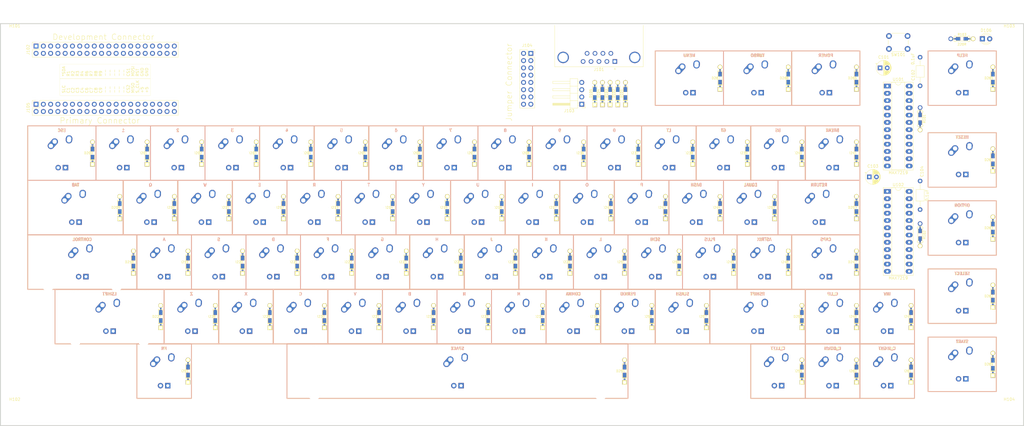
<source format=kicad_pcb>
(kicad_pcb (version 20221018) (generator pcbnew)
  (layers (0 "F.Cu" signal) (31 "B.Cu" signal) (34 "B.Paste" user) (35 "F.Paste" user) (36 "B.SilkS" user "B.Silkscreen") (37 "F.SilkS" user "F.Silkscreen") (38 "B.Mask" user) (39 "F.Mask" user) (44 "Edge.Cuts" user))
  (net 0 "")
  (net 1 "SW_ROW9")
  (net 2 "Net-(D101-K)")
  (net 3 "Net-(D102-K)")
  (net 4 "Net-(D103-K)")
  (net 5 "Net-(D104-K)")
  (net 6 "Net-(D105-K)")
  (net 7 "Net-(D106-K)")
  (net 8 "VCC")
  (net 9 "GND")
  (net 10 "SW_COL1")
  (net 11 "/JS1_APAD")
  (net 12 "/JS1_BPAD")
  (net 13 "RST")
  (net 14 "SW_COL2")
  (net 15 "SW_COL3")
  (net 16 "SW_COL4")
  (net 17 "SW_COL5")
  (net 18 "Net-(U101-ISET)")
  (net 19 "SW_ROW1")
  (net 20 "Net-(D200-A)")
  (net 21 "Net-(D201-A)")
  (net 22 "Net-(D202-A)")
  (net 23 "Net-(D203-A)")
  (net 24 "Net-(D204-A)")
  (net 25 "Net-(D205-A)")
  (net 26 "Net-(D206-A)")
  (net 27 "Net-(D207-A)")
  (net 28 "Net-(D208-A)")
  (net 29 "SW_ROW2")
  (net 30 "Net-(D209-A)")
  (net 31 "Net-(D210-A)")
  (net 32 "Net-(D211-A)")
  (net 33 "Net-(D212-A)")
  (net 34 "Net-(D213-A)")
  (net 35 "Net-(D214-A)")
  (net 36 "Net-(D215-A)")
  (net 37 "Net-(D216-A)")
  (net 38 "Net-(D217-A)")
  (net 39 "SW_ROW3")
  (net 40 "Net-(D218-A)")
  (net 41 "Net-(D219-A)")
  (net 42 "Net-(D220-A)")
  (net 43 "Net-(D221-A)")
  (net 44 "Net-(D222-A)")
  (net 45 "Net-(D223-A)")
  (net 46 "Net-(D224-A)")
  (net 47 "Net-(D225-A)")
  (net 48 "Net-(D226-A)")
  (net 49 "SW_ROW4")
  (net 50 "Net-(D227-A)")
  (net 51 "Net-(D228-A)")
  (net 52 "Net-(D229-A)")
  (net 53 "Net-(D230-A)")
  (net 54 "Net-(D231-A)")
  (net 55 "Net-(D232-A)")
  (net 56 "Net-(D233-A)")
  (net 57 "Net-(D234-A)")
  (net 58 "Net-(D235-A)")
  (net 59 "SW_ROW5")
  (net 60 "Net-(D236-A)")
  (net 61 "Net-(D237-A)")
  (net 62 "Net-(D238-A)")
  (net 63 "Net-(D239-A)")
  (net 64 "Net-(D240-A)")
  (net 65 "Net-(D241-A)")
  (net 66 "Net-(D242-A)")
  (net 67 "Net-(D243-A)")
  (net 68 "Net-(D244-A)")
  (net 69 "SW_ROW6")
  (net 70 "Net-(D245-A)")
  (net 71 "Net-(D246-A)")
  (net 72 "Net-(D247-A)")
  (net 73 "Net-(D248-A)")
  (net 74 "Net-(D249-A)")
  (net 75 "Net-(D250-A)")
  (net 76 "Net-(D251-A)")
  (net 77 "Net-(D252-A)")
  (net 78 "Net-(D253-A)")
  (net 79 "SW_ROW7")
  (net 80 "Net-(D254-A)")
  (net 81 "Net-(D255-A)")
  (net 82 "Net-(D256-A)")
  (net 83 "Net-(D257-A)")
  (net 84 "Net-(D258-A)")
  (net 85 "Net-(D259-A)")
  (net 86 "Net-(D260-A)")
  (net 87 "Net-(D261-A)")
  (net 88 "SW_ROW8")
  (net 89 "Net-(D262-A)")
  (net 90 "Net-(D263-A)")
  (net 91 "Net-(D264-A)")
  (net 92 "Net-(D265-A)")
  (net 93 "Net-(D266-A)")
  (net 94 "Net-(D267-A)")
  (net 95 "Net-(D268-A)")
  (net 96 "Net-(D269-A)")
  (net 97 "SDA")
  (net 98 "/DP21")
  (net 99 "/DP22")
  (net 100 "/DP23")
  (net 101 "/DP24")
  (net 102 "/DP25")
  (net 103 "SPI_CS1")
  (net 104 "SPI_MOSI")
  (net 105 "SPI_CLK")
  (net 106 "SPI_MISO")
  (net 107 "SPI_CS2")
  (net 108 "/DP26")
  (net 109 "/DP27")
  (net 110 "/DP28")
  (net 111 "/DP29")
  (net 112 "/DP30")
  (net 113 "SW_COL9")
  (net 114 "SW_COL8")
  (net 115 "SW_COL7")
  (net 116 "SW_COL6")
  (net 117 "SCL")
  (net 118 "Net-(U102-ISET)")
  (net 119 "LED_ROW1")
  (net 120 "LED_COL1")
  (net 121 "LED_COL2")
  (net 122 "LED_COL3")
  (net 123 "LED_COL4")
  (net 124 "LED_COL5")
  (net 125 "LED_COL6")
  (net 126 "LED_COL7")
  (net 127 "LED_COL8")
  (net 128 "LED_COL9")
  (net 129 "LED_ROW2")
  (net 130 "LED_ROW3")
  (net 131 "LED_ROW4")
  (net 132 "LED_ROW5")
  (net 133 "LED_ROW6")
  (net 134 "LED_ROW7")
  (net 135 "LED_ROW8")
  (net 136 "/SPI_D2")
  (net 150 "LED_ROW9")
  (footprint "mx_alps:MX-1U" (layer "F.Cu") (at 280.98750 242.88750 0)
    (fp_text reference "SW252")
    (fp_text value "EQUAL")
  )
  (footprint "mx_alps:MX-1U" (layer "F.Cu") (at 71.437500 242.88750 0)
    (fp_text reference "SW210")
    (fp_text value "Q")
  )
  (footprint "mx_alps:MX-1.25U" (layer "F.Cu") (at 307.18125 261.93750 0)
    (fp_text reference "SW247")
    (fp_text value "CAPS")
  )
  (footprint "retro-kbd:Diode-dual" (layer "F.Cu") (at 231.888 203.036 -90)
    (fp_text reference "D103")
    (fp_text value "JS1_DOWN" hide)
  )
  (footprint "retro-kbd:Diode-dual" (layer "F.Cu") (at 184.54688 223.83750 -90)
    (fp_text reference "D207")
    (fp_text value "7" hide)
  )
  (footprint "mx_alps:MX-1U" (layer "F.Cu") (at 290.51250 223.83750 0)
    (fp_text reference "SW240")
    (fp_text value "BS")
  )
  (footprint "retro-kbd:Diode-dual" (layer "F.Cu") (at 60.721875 242.88750 -90)
    (fp_text reference "D209")
    (fp_text value "TAB" hide)
  )
  (footprint "mx_alps:MX-1U" (layer "F.Cu") (at 238.12500 280.98750 0)
    (fp_text reference "SW256")
    (fp_text value "PERIOD")
  )
  (footprint "retro-kbd:Diode-dual" (layer "F.Cu") (at 270.27188 197.64375 -90)
    (fp_text reference "D267")
    (fp_text value "MENU" hide)
  )
  (footprint "retro-kbd:Diode-dual" (layer "F.Cu") (at 260.74688 223.83750 -90)
    (fp_text reference "D238")
    (fp_text value "LT" hide)
  )
  (footprint "mx_alps:MX-1U" (layer "F.Cu") (at 204.78750 242.88750 0)
    (fp_text reference "SW217")
    (fp_text value "I")
  )
  (footprint "retro-kbd:Diode-dual" (layer "F.Cu") (at 75.009375 280.98750 -90)
    (fp_text reference "D227")
    (fp_text value "LSHIFT" hide)
  )
  (footprint "mx_alps:MX-1.25U" (layer "F.Cu") (at 259.55625 197.64375 0)
    (fp_text reference "SW267")
    (fp_text value "MENU")
  )
  (footprint "retro-kbd:Diode-dual" (layer "F.Cu") (at 127.39688 223.83750 -90)
    (fp_text reference "D204")
    (fp_text value "4" hide)
  )
  (footprint "mx_alps:MX-1U" (layer "F.Cu") (at 223.83750 242.88750 0)
    (fp_text reference "SW242")
    (fp_text value "O")
  )
  (footprint "mx_alps:MX-1U" (layer "F.Cu") (at 176.21250 223.83750 0)
    (fp_text reference "SW207")
    (fp_text value "7")
  )
  (footprint "Capacitor_THT:CP_Radial_D5.0mm_P2.50mm" (layer "F.Cu") (at 326.136 194.056)
    (fp_text reference "C101")
    (fp_text value "47uF")
  )
  (footprint "mx_alps:MX-1U" (layer "F.Cu") (at 190.50000 261.93750 0)
    (fp_text reference "SW225")
    (fp_text value "J")
  )
  (footprint "mx_alps:MX-1U" (layer "F.Cu") (at 242.88750 242.88750 0)
    (fp_text reference "SW243")
    (fp_text value "P")
  )
  (footprint "retro-kbd:Diode-dual" (layer "F.Cu") (at 217.88438 261.93750 -90)
    (fp_text reference "D226")
    (fp_text value "K" hide)
  )
  (footprint "retro-kbd:Diode-dual" (layer "F.Cu") (at 117.87188 242.88750 -90)
    (fp_text reference "D212")
    (fp_text value "E" hide)
  )
  (footprint "mx_alps:MX-1U" (layer "F.Cu") (at 109.53750 242.88750 0)
    (fp_text reference "SW212")
    (fp_text value "E")
  )
  (footprint "mx_alps:MX-1U" (layer "F.Cu") (at 228.60000 261.93750 0)
    (fp_text reference "SW251")
    (fp_text value "L")
  )
  (footprint "Connector_Dsub:DSUB-9_Male_Horizontal_P2.77x2.84mm_EdgePinOffset9.90mm_Housed_MountingHolesOffset11.32mm" (layer "F.Cu") (at 233.541 191.816 180)
    (fp_text reference "J101")
    (fp_text value "PLAYER 1")
  )
  (footprint "retro-kbd:Diode-dual" (layer "F.Cu") (at 113.10938 280.98750 -90)
    (fp_text reference "D229")
    (fp_text value "X" hide)
  )
  (footprint "mx_alps:MX-1U" (layer "F.Cu") (at 185.73750 242.88750 0)
    (fp_text reference "SW216")
    (fp_text value "U")
  )
  (footprint "mx_alps:MX-1U" (layer "F.Cu") (at 152.40000 261.93750 0)
    (fp_text reference "SW223")
    (fp_text value "G")
  )
  (footprint "retro-kbd:Diode-dual" (layer "F.Cu") (at 79.771875 242.88750 -90)
    (fp_text reference "D210")
    (fp_text value "Q" hide)
  )
  (footprint "mx_alps:MX-1U" (layer "F.Cu") (at 214.31250 223.83750 0)
    (fp_text reference "SW236")
    (fp_text value "9")
  )
  (footprint "mx_alps:MX-1U" (layer "F.Cu") (at 195.26250 223.83750 0)
    (fp_text reference "SW208")
    (fp_text value "8")
  )
  (footprint "retro-kbd:Diode-dual" (layer "F.Cu") (at 232.17188 242.88750 -90)
    (fp_text reference "D242")
    (fp_text value "O" hide)
  )
  (footprint "mx_alps:MX-1U" (layer "F.Cu") (at 123.82500 280.98750 0)
    (fp_text reference "SW230")
    (fp_text value "C")
  )
  (footprint "retro-kbd:Diode-dual" (layer "F.Cu") (at 279.79688 223.83750 -90)
    (fp_text reference "D239")
    (fp_text value "GT" hide)
  )
  (footprint "retro-kbd:Diode-dual" (layer "F.Cu") (at 227.40938 280.98750 -90)
    (fp_text reference "D235")
    (fp_text value "COMMA" hide)
  )
  (footprint "Package_DIP:DIP-24_W7.62mm_Socket_LongPads" (layer "F.Cu") (at 328.676 237.236)
    (fp_text reference "U102")
    (fp_text value "MAX7219")
  )
  (footprint "mx_alps:MX-1U" (layer "F.Cu") (at 266.70000 261.93750 0)
    (fp_text reference "SW249")
    (fp_text value "PLUS")
  )
  (footprint "mx_alps:MX-1U" (layer "F.Cu") (at 76.200000 300.03750 0)
    (fp_text reference "SW255")
    (fp_text value "FN")
  )
  (footprint "mx_alps:MX-1U" (layer "F.Cu") (at 85.725000 280.98750 0)
    (fp_text reference "SW228")
    (fp_text value "Z")
  )
  (footprint "mx_alps:MX-1U" (layer "F.Cu") (at 104.77500 280.98750 0)
    (fp_text reference "SW229")
    (fp_text value "X")
  )
  (footprint "Connector_PinSocket_2.54mm:PinSocket_2x08_P2.54mm_Vertical" (layer "F.Cu") (at 204.216 188.976)
    (fp_text reference "J104")
    (fp_text value "Jumper Connector")
  )
  (footprint "Connector_PinSocket_2.54mm:PinSocket_2x20_P2.54mm_Vertical" (layer "F.Cu") (at 31.496 186.436 90)
    (fp_text reference "J102")
    (fp_text value "Development Connector")
  )
  (footprint "mx_alps:MX-1U" (layer "F.Cu") (at 138.11250 223.83750 0)
    (fp_text reference "SW205")
    (fp_text value "5")
  )
  (footprint "mx_alps:MX-1U" (layer "F.Cu") (at 247.65000 261.93750 0)
    (fp_text reference "SW250")
    (fp_text value "SEMI")
  )
  (footprint "keebio:Resistor-Hybrid" (layer "F.Cu") (at 354.711 183.896 180)
    (fp_text reference "R103")
    (fp_text value "220R")
  )
  (footprint "Connector_PinSocket_2.54mm:PinSocket_2x20_P2.54mm_Vertical" (layer "F.Cu") (at 31.496 206.756 90)
    (fp_text reference "J105")
    (fp_text value "Primary Connector")
  )
  (footprint "retro-kbd:Diode-dual" (layer "F.Cu") (at 365.52188 226.21875 -90)
    (fp_text reference "D264")
    (fp_text value "RESET" hide)
  )
  (footprint "Capacitor_THT:C_Axial_L3.8mm_D2.6mm_P10.00mm_Horizontal" (layer "F.Cu") (at 340.106 200.326 90)
    (fp_text reference "C102")
    (fp_text value "0.1uF")
  )
  (footprint "retro-kbd:Diode-dual" (layer "F.Cu") (at 165.49688 223.83750 -90)
    (fp_text reference "D206")
    (fp_text value "6" hide)
  )
  (footprint "retro-kbd:Diode-dual" (layer "F.Cu") (at 132.15938 280.98750 -90)
    (fp_text reference "D230")
    (fp_text value "C" hide)
  )
  (footprint "Capacitor_THT:C_Axial_L3.8mm_D2.6mm_P10.00mm_Horizontal" (layer "F.Cu") (at 340.106 243.586 90)
    (fp_text reference "C104")
    (fp_text value "0.1uF")
  )
  (footprint "retro-kbd:Diode-dual" (layer "F.Cu") (at 241.69688 223.83750 -90)
    (fp_text reference "D237")
    (fp_text value "0" hide)
  )
  (footprint "retro-kbd:Diode-dual" (layer "F.Cu") (at 294.08438 261.93750 -90)
    (fp_text reference "D248")
    (fp_text value "ASTRIX" hide)
  )
  (footprint "mx_alps:MX-1U" (layer "F.Cu") (at 271.46250 223.83750 0)
    (fp_text reference "SW239")
    (fp_text value "GT")
  )
  (footprint "retro-kbd:Diode-dual" (layer "F.Cu") (at 298.84688 223.83750 -90)
    (fp_text reference "D240")
    (fp_text value "BS" hide)
  )
  (footprint "retro-kbd:Diode-dual" (layer "F.Cu") (at 365.52188 273.84375 -90)
    (fp_text reference "D262")
    (fp_text value "SELECT" hide)
  )
  (footprint "retro-kbd:Diode-dual" (layer "F.Cu") (at 151.20938 280.98750 -90)
    (fp_text reference "D231")
    (fp_text value "V" hide)
  )
  (footprint "mx_alps:MX-6.25U" (layer "F.Cu") (at 178.59375 300.03750 0)
    (fp_text reference "SW254")
    (fp_text value "SPACE")
  )
  (footprint "retro-kbd:Diode-dual" (layer "F.Cu") (at 98.821875 242.88750 -90)
    (fp_text reference "D211")
    (fp_text value "W" hide)
  )
  (footprint "mx_alps:MX-1U" (layer "F.Cu") (at 157.16250 223.83750 0)
    (fp_text reference "SW206")
    (fp_text value "6")
  )
  (footprint "mx_alps:MX-1U" (layer "F.Cu") (at 257.17500 280.98750 0)
    (fp_text reference "SW257")
    (fp_text value "SLASH")
  )
  (footprint "retro-kbd:Diode-dual" (layer "F.Cu") (at 365.52188 197.64375 -90)
    (fp_text reference "D265")
    (fp_text value "HELP" hide)
  )
  (footprint "retro-kbd:Diode-dual" (layer "F.Cu") (at 229.214 203.036 -90)
    (fp_text reference "D104")
    (fp_text value "JS1_LEFT" hide)
  )
  (footprint "mx_alps:MX-1U" (layer "F.Cu") (at 209.55000 261.93750 0)
    (fp_text reference "SW226")
    (fp_text value "K")
  )
  (footprint "Package_DIP:DIP-24_W7.62mm_Socket_LongPads" (layer "F.Cu") (at 328.676 200.406)
    (fp_text reference "U101")
    (fp_text value "MAX7219")
  )
  (footprint "Button_Switch_THT:SW_PUSH_6mm" (layer "F.Cu") (at 335.736 187.416 180)
    (fp_text reference "SW101")
    (fp_text value "RESET")
  )
  (footprint "retro-kbd:Diode-dual" (layer "F.Cu") (at 336.94688 280.98750 -90)
    (fp_text reference "D245")
    (fp_text value "INV" hide)
  )
  (footprint "retro-kbd:Diode-dual" (layer "F.Cu") (at 103.58438 261.93750 -90)
    (fp_text reference "D220")
    (fp_text value "S" hide)
  )
  (footprint "retro-kbd:Diode-dual" (layer "F.Cu") (at 265.50938 280.98750 -90)
    (fp_text reference "D257")
    (fp_text value "SLASH" hide)
  )
  (footprint "retro-kbd:Diode-dual" (layer "F.Cu") (at 84.534375 300.03750 -90)
    (fp_text reference "D255")
    (fp_text value "FN" hide)
  )
  (footprint "mx_alps:MX-1U" (layer "F.Cu") (at 80.962500 223.83750 0)
    (fp_text reference "SW202")
    (fp_text value "2")
  )
  (footprint "retro-kbd:Diode-dual" (layer "F.Cu") (at 136.92188 242.88750 -90)
    (fp_text reference "D213")
    (fp_text value "R" hide)
  )
  (footprint "mx_alps:MX-1U" (layer "F.Cu") (at 290.51250 300.03750 0)
    (fp_text reference "SW259")
    (fp_text value "C_LEFT")
  )
  (footprint "retro-kbd:Diode-dual" (layer "F.Cu") (at 108.34688 223.83750 -90)
    (fp_text reference "D203")
    (fp_text value "3" hide)
  )
  (footprint "retro-kbd:Diode-dual" (layer "F.Cu") (at 51.196875 223.83750 -90)
    (fp_text reference "D200")
    (fp_text value "ESC" hide)
  )
  (footprint "mx_alps:MX-1U" (layer "F.Cu") (at 119.06250 223.83750 0)
    (fp_text reference "SW204")
    (fp_text value "4")
  )
  (footprint "MountingHole:MountingHole_3.2mm_M3" (layer "F.Cu") (at 24.050000 314.08750 0)
    (fp_text reference "H102")
    (fp_text value "MountingHole")
  )
  (footprint "keebio:Resistor-Hybrid" (layer "F.Cu") (at 340.106 252.386 90)
    (fp_text reference "R102")
    (fp_text value "22K" hide)
  )
  (footprint "retro-kbd:Diode-dual" (layer "F.Cu") (at 234.562 203.036 -90)
    (fp_text reference "D102")
    (fp_text value "JS1_TRIG" hide)
  )
  (footprint "mx_alps:MX-1U" (layer "F.Cu") (at 166.68750 242.88750 0)
    (fp_text reference "SW215")
    (fp_text value "Y")
  )
  (footprint "mx_alps:MX-1.25U" (layer "F.Cu") (at 354.80625 226.21875 0)
    (fp_text reference "SW264")
    (fp_text value "RESET")
  )
  (footprint "retro-kbd:Diode-dual" (layer "F.Cu") (at 236.93438 261.93750 -90)
    (fp_text reference "D251")
    (fp_text value "L" hide)
  )
  (footprint "mx_alps:MX-1U" (layer "F.Cu") (at 114.30000 261.93750 0)
    (fp_text reference "SW221")
    (fp_text value "D")
  )
  (footprint "MountingHole:MountingHole_3.2mm_M3" (layer "F.Cu") (at 371.23750 183.59375 0)
    (fp_text reference "H103")
    (fp_text value "MountingHole")
  )
  (footprint "retro-kbd:Diode-dual" (layer "F.Cu") (at 155.97188 242.88750 -90)
    (fp_text reference "D214")
    (fp_text value "T" hide)
  )
  (footprint "mx_alps:MX-1.25U" (layer "F.Cu") (at 354.80625 197.64375 0)
    (fp_text reference "SW265")
    (fp_text value "HELP")
  )
  (footprint "retro-kbd:Diode-dual" (layer "F.Cu") (at 237.236 203.036 -90)
    (fp_text reference "D101")
    (fp_text value "JS1_UP" hide)
  )
  (footprint "retro-kbd:Diode-dual" (layer "F.Cu") (at 365.52188 250.03125 -90)
    (fp_text reference "D263")
    (fp_text value "OPTION" hide)
  )
  (footprint "retro-kbd:Diode-dual" (layer "F.Cu") (at 203.59688 223.83750 -90)
    (fp_text reference "D208")
    (fp_text value "8" hide)
  )
  (footprint "retro-kbd:Diode-dual" (layer "F.Cu") (at 317.89688 223.83750 -90)
    (fp_text reference "D241")
    (fp_text value "BREAK" hide)
  )
  (footprint "retro-kbd:Diode-dual" (layer "F.Cu") (at 70.246875 223.83750 -90)
    (fp_text reference "D201")
    (fp_text value "1" hide)
  )
  (footprint "retro-kbd:Diode-dual" (layer "F.Cu") (at 94.059375 280.98750 -90)
    (fp_text reference "D228")
    (fp_text value "Z" hide)
  )
  (footprint "mx_alps:MX-1U" (layer "F.Cu") (at 309.56250 280.98750 0)
    (fp_text reference "SW246")
    (fp_text value "C_UP")
  )
  (footprint "mx_alps:MX-1U" (layer "F.Cu") (at 309.56250 223.83750 0)
    (fp_text reference "SW241")
    (fp_text value "BREAK")
  )
  (footprint "retro-kbd:Diode-dual" (layer "F.Cu") (at 170.25938 280.98750 -90)
    (fp_text reference "D232")
    (fp_text value "B" hide)
  )
  (footprint "retro-kbd:Diode-dual" (layer "F.Cu") (at 213.12188 242.88750 -90)
    (fp_text reference "D217")
    (fp_text value "I" hide)
  )
  (footprint "retro-kbd:Diode-dual" (layer "F.Cu") (at 294.08438 197.64375 -90)
    (fp_text reference "D268")
    (fp_text value "TURBO" hide)
  )
  (footprint "mx_alps:MX-1U" (layer "F.Cu") (at 180.97500 280.98750 0)
    (fp_text reference "SW233")
    (fp_text value "N")
  )
  (footprint "mx_alps:MX-1.25U" (layer "F.Cu") (at 40.481250 223.83750 0)
    (fp_text reference "SW200")
    (fp_text value "ESC")
  )
  (footprint "MountingHole:MountingHole_3.2mm_M3" (layer "F.Cu") (at 371.23750 314.08750 0)
    (fp_text reference "H104")
    (fp_text value "MountingHole")
  )
  (footprint "retro-kbd:Diode-dual" (layer "F.Cu") (at 317.89688 197.64375 -90)
    (fp_text reference "D266")
    (fp_text value "POWER" hide)
  )
  (footprint "retro-kbd:Diode-dual" (layer "F.Cu") (at 317.89688 300.03750 -90)
    (fp_text reference "D260")
    (fp_text value "C_DOWN" hide)
  )
  (footprint "Connector_PinHeader_2.54mm:PinHeader_1x04_P2.54mm_Horizontal" (layer "F.Cu") (at 221.996 206.756 180)
    (fp_text reference "J103")
    (fp_text value "I2C DISPLAY")
  )
  (footprint "mx_alps:MX-1U" (layer "F.Cu") (at 61.912500 223.83750 0)
    (fp_text reference "SW201")
    (fp_text value "1")
  )
  (footprint "mx_alps:MX-1U" (layer "F.Cu") (at 328.61250 280.98750 0)
    (fp_text reference "SW245")
    (fp_text value "INV")
  )
  (footprint "MountingHole:MountingHole_3.2mm_M3" (layer "F.Cu") (at 24.050000 183.59375 0)
    (fp_text reference "H101")
    (fp_text value "MountingHole")
  )
  (footprint "retro-kbd:Diode-dual" (layer "F.Cu") (at 226.54 203.036 -90)
    (fp_text reference "D105")
    (fp_text value "JS1_RIGHT" hide)
  )
  (footprint "mx_alps:MX-1U" (layer "F.Cu") (at 252.41250 223.83750 0)
    (fp_text reference "SW238")
    (fp_text value "LT")
  )
  (footprint "mx_alps:MX-1U" (layer "F.Cu") (at 328.61250 300.03750 0)
    (fp_text reference "SW261")
    (fp_text value "C_RIGHT")
  )
  (footprint "retro-kbd:Diode-dual" (layer "F.Cu") (at 255.98438 261.93750 -90)
    (fp_text reference "D250")
    (fp_text value "SEMI" hide)
  )
  (footprint "retro-kbd:Diode-dual" (layer "F.Cu") (at 89.296875 223.83750 -90)
    (fp_text reference "D202")
    (fp_text value "2" hide)
  )
  (footprint "retro-kbd:Diode-dual" (layer "F.Cu") (at 298.84688 300.03750 -90)
    (fp_text reference "D259")
    (fp_text value "C_LEFT" hide)
  )
  (footprint "retro-kbd:Diode-dual" (layer "F.Cu") (at 336.94688 300.03750 -90)
    (fp_text reference "D261")
    (fp_text value "C_RIGHT" hide)
  )
  (footprint "Capacitor_THT:CP_Radial_D5.0mm_P2.50mm" (layer "F.Cu") (at 322.366 232.156)
    (fp_text reference "C103")
    (fp_text value "47uF")
  )
  (footprint "mx_alps:MX-1U" (layer "F.Cu") (at 200.02500 280.98750 0)
    (fp_text reference "SW234")
    (fp_text value "M")
  )
  (footprint "mx_alps:MX-1.25U" (layer "F.Cu") (at 283.36875 197.64375 0)
    (fp_text reference "SW268")
    (fp_text value "TURBO")
  )
  (footprint "retro-kbd:Diode-dual" (layer "F.Cu") (at 198.83438 261.93750 -90)
    (fp_text reference "D225")
    (fp_text value "J" hide)
  )
  (footprint "retro-kbd:Diode-dual" (layer "F.Cu") (at 122.63438 261.93750 -90)
    (fp_text reference "D221")
    (fp_text value "D" hide)
  )
  (footprint "retro-kbd:Diode-dual" (layer "F.Cu") (at 189.30938 280.98750 -90)
    (fp_text reference "D233")
    (fp_text value "N" hide)
  )
  (footprint "mx_alps:MX-1.25U" (layer "F.Cu") (at 354.80625 250.03125 0)
    (fp_text reference "SW263")
    (fp_text value "OPTION")
  )
  (footprint "mx_alps:MX-2U" (layer "F.Cu") (at 57.150000 280.98750 0)
    (fp_text reference "SW227")
    (fp_text value "LSHIFT")
  )
  (footprint "mx_alps:MX-1U" (layer "F.Cu") (at 76.200000 261.93750 0)
    (fp_text reference "SW219")
    (fp_text value "A")
  )
  (footprint "keebio:Resistor-Hybrid" (layer "F.Cu") (at 340.106 211.836 90)
    (fp_text reference "R101")
    (fp_text value "22K" hide)
  )
  (footprint "mx_alps:MX-1U" (layer "F.Cu") (at 90.487500 242.88750 0)
    (fp_text reference "SW211")
    (fp_text value "W")
  )
  (footprint "mx_alps:MX-1.25U" (layer "F.Cu") (at 354.80625 273.84375 0)
    (fp_text reference "SW262")
    (fp_text value "SELECT")
  )
  (footprint "mx_alps:MX-1U" (layer "F.Cu") (at 161.92500 280.98750 0)
    (fp_text reference "SW232")
    (fp_text value "B")
  )
  (footprint "mx_alps:MX-1U" (layer "F.Cu") (at 219.07500 280.98750 0)
    (fp_text reference "SW235")
    (fp_text value "COMMA")
  )
  (footprint "mx_alps:MX-1U" (layer "F.Cu") (at 309.56250 300.03750 0)
    (fp_text reference "SW260")
    (fp_text value "C_DOWN")
  )
  (footprint "retro-kbd:Diode-dual" (layer "F.Cu") (at 317.89688 280.98750 -90)
    (fp_text reference "D246")
    (fp_text value "C_UP" hide)
  )
  (footprint "retro-kbd:Diode-dual" (layer "F.Cu") (at 246.45938 280.98750 -90)
    (fp_text reference "D256")
    (fp_text value "PERIOD" hide)
  )
  (footprint "retro-kbd:Diode-dual" (layer "F.Cu") (at 251.22188 242.88750 -90)
    (fp_text reference "D243")
    (fp_text value "P" hide)
  )
  (footprint "mx_alps:MX-1.25U" (layer "F.Cu") (at 354.80625 297.65625 0)
    (fp_text reference "SW269")
    (fp_text value "START")
  )
  (footprint "mx_alps:MX-1.5U" (layer "F.Cu") (at 304.80000 242.88750 0)
    (fp_text reference "SW253")
    (fp_text value "RETURN")
  )
  (footprint "retro-kbd:Diode-dual" (layer "F.Cu") (at 236.93438 300.03750 -90)
    (fp_text reference "D254")
    (fp_text value "SPACE" hide)
  )
  (footprint "mx_alps:MX-1.75U" (layer "F.Cu") (at 283.36875 280.98750 0)
    (fp_text reference "SW258")
    (fp_text value "RSHIFT")
  )
  (footprint "mx_alps:MX-1U" (layer "F.Cu") (at 171.45000 261.93750 0)
    (fp_text reference "SW224")
    (fp_text value "H")
  )
  (footprint "retro-kbd:Diode-dual" (layer "F.Cu") (at 194.07188 242.88750 -90)
    (fp_text reference "D216")
    (fp_text value "U" hide)
  )
  (footprint "retro-kbd:Diode-dual" (layer "F.Cu") (at 208.35938 280.98750 -90)
    (fp_text reference "D234")
    (fp_text value "M" hide)
  )
  (footprint "retro-kbd:Diode-dual" (layer "F.Cu") (at 317.89688 242.88750 -90)
    (fp_text reference "D253")
    (fp_text value "RETURN" hide)
  )
  (footprint "retro-kbd:Diode-dual" (layer "F.Cu") (at 298.84688 280.98750 -90)
    (fp_text reference "D258")
    (fp_text value "RSHIFT" hide)
  )
  (footprint "mx_alps:MX-1.75U" (layer "F.Cu") (at 45.243750 242.88750 0)
    (fp_text reference "SW209")
    (fp_text value "TAB")
  )
  (footprint "mx_alps:MX-2U" (layer "F.Cu") (at 47.625000 261.93750 0)
    (fp_text reference "SW218")
    (fp_text value "CONTROL")
  )
  (footprint "retro-kbd:Diode-dual" (layer "F.Cu") (at 275.03438 261.93750 -90)
    (fp_text reference "D249")
    (fp_text value "PLUS" hide)
  )
  (footprint "mx_alps:MX-1U" (layer "F.Cu") (at 133.35000 261.93750 0)
    (fp_text reference "SW222")
    (fp_text value "F")
  )
  (footprint "retro-kbd:Diode-dual" (layer "F.Cu") (at 84.534375 261.93750 -90)
    (fp_text reference "D219")
    (fp_text value "A" hide)
  )
  (footprint "mx_alps:MX-1U" (layer "F.Cu") (at 233.36250 223.83750 0)
    (fp_text reference "SW237")
    (fp_text value "0")
  )
  (footprint "retro-kbd:Diode-dual" (layer "F.Cu") (at 270.27188 242.88750 -90)
    (fp_text reference "D244")
    (fp_text value "DASH" hide)
  )
  (footprint "mx_alps:MX-1U" (layer "F.Cu") (at 100.01250 223.83750 0)
    (fp_text reference "SW203")
    (fp_text value "3")
  )
  (footprint "retro-kbd:Diode-dual" (layer "F.Cu") (at 65.484375 261.93750 -90)
    (fp_text reference "D218")
    (fp_text value "CONTROL" hide)
  )
  (footprint "retro-kbd:Diode-dual" (layer "F.Cu") (at 222.64688 223.83750 -90)
    (fp_text reference "D236")
    (fp_text value "9" hide)
  )
  (footprint "retro-kbd:Diode-dual" (layer "F.Cu") (at 179.78438 261.93750 -90)
    (fp_text reference "D224")
    (fp_text value "H" hide)
  )
  (footprint "retro-kbd:Diode-dual" (layer "F.Cu") (at 141.68438 261.93750 -90)
    (fp_text reference "D222")
    (fp_text value "F" hide)
  )
  (footprint "mx_alps:MX-1U" (layer "F.Cu") (at 128.58750 242.88750 0)
    (fp_text reference "SW213")
    (fp_text value "R")
  )
  (footprint "retro-kbd:Diode-dual" (layer "F.Cu") (at 160.73438 261.93750 -90)
    (fp_text reference "D223")
    (fp_text value "G" hide)
  )
  (footprint "retro-kbd:Diode-dual" (layer "F.Cu") (at 175.02188 242.88750 -90)
    (fp_text reference "D215")
    (fp_text value "Y" hide)
  )
  (footprint "retro-kbd:Diode-dual" (layer "F.Cu") (at 365.52188 297.65625 -90)
    (fp_text reference "D269")
    (fp_text value "START" hide)
  )
  (footprint "retro-kbd:Diode-dual" (layer "F.Cu") (at 146.44688 223.83750 -90)
    (fp_text reference "D205")
    (fp_text value "5" hide)
  )
  (footprint "retro-kbd:Diode-dual" (layer "F.Cu") (at 289.32188 242.88750 -90)
    (fp_text reference "D252")
    (fp_text value "EQUAL" hide)
  )
  (footprint "mx_alps:MX-1U" (layer "F.Cu") (at 142.87500 280.98750 0)
    (fp_text reference "SW231")
    (fp_text value "V")
  )
  (footprint "mx_alps:MX-1U" (layer "F.Cu") (at 285.75000 261.93750 0)
    (fp_text reference "SW248")
    (fp_text value "ASTRIX")
  )
  (footprint "mx_alps:MX-1U" (layer "F.Cu") (at 261.93750 242.88750 0)
    (fp_text reference "SW244")
    (fp_text value "DASH")
  )
  (footprint "LED_THT:LED_D3.0mm" (layer "F.Cu") (at 361.866 183.896 0)
    (fp_text reference "D106")
    (fp_text value "LED")
  )
  (footprint "retro-kbd:Diode-dual" (layer "F.Cu") (at 317.89688 261.93750 -90)
    (fp_text reference "D247")
    (fp_text value "CAPS" hide)
  )
  (footprint "mx_alps:MX-1U" (layer "F.Cu") (at 95.250000 261.93750 0)
    (fp_text reference "SW220")
    (fp_text value "S")
  )
  (footprint "mx_alps:MX-1.25U" (layer "F.Cu") (at 307.18125 197.64375 0)
    (fp_text reference "SW266")
    (fp_text value "POWER")
  )
  (footprint "mx_alps:MX-1U" (layer "F.Cu") (at 147.63750 242.88750 0)
    (fp_text reference "SW214")
    (fp_text value "T")
  )
  (gr_text_box "*SDA\nR1\nR2\nR3\nR4\nR6\nR7\nR8\nR9\n--\n--\n--\n--\n--\nCS1\nMOSI\nRST\nGND\nGND" (start 39.8145 197.866) (end 71.4375 192.786) (angle 90) (layer "F.SilkS") (effects (font (size 1 1)) (justify left top)) (stroke (width 0.05)))
  (gr_text_box "SLC\nC1\nC2\nC3\nC4\nC6\nC7\nC8\nC9\n--\n--\n--\n--\n--\nCS2\nMISO\nS_CLK\n+5\n+5" (start 39.8145 203.708) (end 71.4375 197.866) (angle 90) (layer "F.SilkS") (effects (font (size 1 1)) (justify left top)) (stroke (width 0.05)))
  (gr_rect (start 247.65000 188.11875) (end 271.46250 207.16875) (layer "F.SilkS") (width 0.3) (fill none))
  (gr_rect (start 247.65000 188.11875) (end 271.46250 207.16875) (layer "B.SilkS") (width 0.3) (fill none))
  (gr_rect (start 271.46250 188.11875) (end 295.27500 207.16875) (layer "F.SilkS") (width 0.3) (fill none))
  (gr_rect (start 271.46250 188.11875) (end 295.27500 207.16875) (layer "B.SilkS") (width 0.3) (fill none))
  (gr_rect (start 295.27500 188.11875) (end 319.08750 207.16875) (layer "F.SilkS") (width 0.3) (fill none))
  (gr_rect (start 295.27500 188.11875) (end 319.08750 207.16875) (layer "B.SilkS") (width 0.3) (fill none))
  (gr_rect (start 342.90000 188.11875) (end 366.71250 207.16875) (layer "F.SilkS") (width 0.3) (fill none))
  (gr_rect (start 342.90000 188.11875) (end 366.71250 207.16875) (layer "B.SilkS") (width 0.3) (fill none))
  (gr_rect (start 28.575000 214.31250) (end 52.387500 233.36250) (layer "F.SilkS") (width 0.3) (fill none))
  (gr_rect (start 28.575000 214.31250) (end 52.387500 233.36250) (layer "B.SilkS") (width 0.3) (fill none))
  (gr_rect (start 52.387500 214.31250) (end 71.437500 233.36250) (layer "F.SilkS") (width 0.3) (fill none))
  (gr_rect (start 52.387500 214.31250) (end 71.437500 233.36250) (layer "B.SilkS") (width 0.3) (fill none))
  (gr_rect (start 71.437500 214.31250) (end 90.487500 233.36250) (layer "F.SilkS") (width 0.3) (fill none))
  (gr_rect (start 71.437500 214.31250) (end 90.487500 233.36250) (layer "B.SilkS") (width 0.3) (fill none))
  (gr_rect (start 90.48750 214.31250) (end 109.53750 233.36250) (layer "F.SilkS") (width 0.3) (fill none))
  (gr_rect (start 90.48750 214.31250) (end 109.53750 233.36250) (layer "B.SilkS") (width 0.3) (fill none))
  (gr_rect (start 109.53750 214.31250) (end 128.58750 233.36250) (layer "F.SilkS") (width 0.3) (fill none))
  (gr_rect (start 109.53750 214.31250) (end 128.58750 233.36250) (layer "B.SilkS") (width 0.3) (fill none))
  (gr_rect (start 128.58750 214.31250) (end 147.63750 233.36250) (layer "F.SilkS") (width 0.3) (fill none))
  (gr_rect (start 128.58750 214.31250) (end 147.63750 233.36250) (layer "B.SilkS") (width 0.3) (fill none))
  (gr_rect (start 147.63750 214.31250) (end 166.68750 233.36250) (layer "F.SilkS") (width 0.3) (fill none))
  (gr_rect (start 147.63750 214.31250) (end 166.68750 233.36250) (layer "B.SilkS") (width 0.3) (fill none))
  (gr_rect (start 166.68750 214.31250) (end 185.73750 233.36250) (layer "F.SilkS") (width 0.3) (fill none))
  (gr_rect (start 166.68750 214.31250) (end 185.73750 233.36250) (layer "B.SilkS") (width 0.3) (fill none))
  (gr_rect (start 185.73750 214.31250) (end 204.78750 233.36250) (layer "F.SilkS") (width 0.3) (fill none))
  (gr_rect (start 185.73750 214.31250) (end 204.78750 233.36250) (layer "B.SilkS") (width 0.3) (fill none))
  (gr_rect (start 204.78750 214.31250) (end 223.83750 233.36250) (layer "F.SilkS") (width 0.3) (fill none))
  (gr_rect (start 204.78750 214.31250) (end 223.83750 233.36250) (layer "B.SilkS") (width 0.3) (fill none))
  (gr_rect (start 223.83750 214.31250) (end 242.88750 233.36250) (layer "F.SilkS") (width 0.3) (fill none))
  (gr_rect (start 223.83750 214.31250) (end 242.88750 233.36250) (layer "B.SilkS") (width 0.3) (fill none))
  (gr_rect (start 242.88750 214.31250) (end 261.93750 233.36250) (layer "F.SilkS") (width 0.3) (fill none))
  (gr_rect (start 242.88750 214.31250) (end 261.93750 233.36250) (layer "B.SilkS") (width 0.3) (fill none))
  (gr_rect (start 261.93750 214.31250) (end 280.98750 233.36250) (layer "F.SilkS") (width 0.3) (fill none))
  (gr_rect (start 261.93750 214.31250) (end 280.98750 233.36250) (layer "B.SilkS") (width 0.3) (fill none))
  (gr_rect (start 280.98750 214.31250) (end 300.03750 233.36250) (layer "F.SilkS") (width 0.3) (fill none))
  (gr_rect (start 280.98750 214.31250) (end 300.03750 233.36250) (layer "B.SilkS") (width 0.3) (fill none))
  (gr_rect (start 300.03750 214.31250) (end 319.08750 233.36250) (layer "F.SilkS") (width 0.3) (fill none))
  (gr_rect (start 300.03750 214.31250) (end 319.08750 233.36250) (layer "B.SilkS") (width 0.3) (fill none))
  (gr_rect (start 342.90000 216.69375) (end 366.71250 235.74375) (layer "F.SilkS") (width 0.3) (fill none))
  (gr_rect (start 342.90000 216.69375) (end 366.71250 235.74375) (layer "B.SilkS") (width 0.3) (fill none))
  (gr_rect (start 28.575000 233.36250) (end 61.912500 252.41250) (layer "F.SilkS") (width 0.3) (fill none))
  (gr_rect (start 28.575000 233.36250) (end 61.912500 252.41250) (layer "B.SilkS") (width 0.3) (fill none))
  (gr_rect (start 61.912500 233.36250) (end 80.962500 252.41250) (layer "F.SilkS") (width 0.3) (fill none))
  (gr_rect (start 61.912500 233.36250) (end 80.962500 252.41250) (layer "B.SilkS") (width 0.3) (fill none))
  (gr_rect (start 80.962500 233.36250) (end 100.01250 252.41250) (layer "F.SilkS") (width 0.3) (fill none))
  (gr_rect (start 80.962500 233.36250) (end 100.01250 252.41250) (layer "B.SilkS") (width 0.3) (fill none))
  (gr_rect (start 100.01250 233.36250) (end 119.06250 252.41250) (layer "F.SilkS") (width 0.3) (fill none))
  (gr_rect (start 100.01250 233.36250) (end 119.06250 252.41250) (layer "B.SilkS") (width 0.3) (fill none))
  (gr_rect (start 119.06250 233.36250) (end 138.11250 252.41250) (layer "F.SilkS") (width 0.3) (fill none))
  (gr_rect (start 119.06250 233.36250) (end 138.11250 252.41250) (layer "B.SilkS") (width 0.3) (fill none))
  (gr_rect (start 138.11250 233.36250) (end 157.16250 252.41250) (layer "F.SilkS") (width 0.3) (fill none))
  (gr_rect (start 138.11250 233.36250) (end 157.16250 252.41250) (layer "B.SilkS") (width 0.3) (fill none))
  (gr_rect (start 157.16250 233.36250) (end 176.21250 252.41250) (layer "F.SilkS") (width 0.3) (fill none))
  (gr_rect (start 157.16250 233.36250) (end 176.21250 252.41250) (layer "B.SilkS") (width 0.3) (fill none))
  (gr_rect (start 176.21250 233.36250) (end 195.26250 252.41250) (layer "F.SilkS") (width 0.3) (fill none))
  (gr_rect (start 176.21250 233.36250) (end 195.26250 252.41250) (layer "B.SilkS") (width 0.3) (fill none))
  (gr_rect (start 195.26250 233.36250) (end 214.31250 252.41250) (layer "F.SilkS") (width 0.3) (fill none))
  (gr_rect (start 195.26250 233.36250) (end 214.31250 252.41250) (layer "B.SilkS") (width 0.3) (fill none))
  (gr_rect (start 214.31250 233.36250) (end 233.36250 252.41250) (layer "F.SilkS") (width 0.3) (fill none))
  (gr_rect (start 214.31250 233.36250) (end 233.36250 252.41250) (layer "B.SilkS") (width 0.3) (fill none))
  (gr_rect (start 233.36250 233.36250) (end 252.41250 252.41250) (layer "F.SilkS") (width 0.3) (fill none))
  (gr_rect (start 233.36250 233.36250) (end 252.41250 252.41250) (layer "B.SilkS") (width 0.3) (fill none))
  (gr_rect (start 252.41250 233.36250) (end 271.46250 252.41250) (layer "F.SilkS") (width 0.3) (fill none))
  (gr_rect (start 252.41250 233.36250) (end 271.46250 252.41250) (layer "B.SilkS") (width 0.3) (fill none))
  (gr_rect (start 271.46250 233.36250) (end 290.51250 252.41250) (layer "F.SilkS") (width 0.3) (fill none))
  (gr_rect (start 271.46250 233.36250) (end 290.51250 252.41250) (layer "B.SilkS") (width 0.3) (fill none))
  (gr_rect (start 290.51250 233.36250) (end 319.08750 252.41250) (layer "F.SilkS") (width 0.3) (fill none))
  (gr_rect (start 290.51250 233.36250) (end 319.08750 252.41250) (layer "B.SilkS") (width 0.3) (fill none))
  (gr_rect (start 342.90000 240.50625) (end 366.71250 259.55625) (layer "F.SilkS") (width 0.3) (fill none))
  (gr_rect (start 342.90000 240.50625) (end 366.71250 259.55625) (layer "B.SilkS") (width 0.3) (fill none))
  (gr_rect (start 28.575000 252.41250) (end 66.675000 271.46250) (layer "F.SilkS") (width 0.3) (fill none))
  (gr_rect (start 28.575000 252.41250) (end 66.675000 271.46250) (layer "B.SilkS") (width 0.3) (fill none))
  (gr_rect (start 66.675000 252.41250) (end 85.725000 271.46250) (layer "F.SilkS") (width 0.3) (fill none))
  (gr_rect (start 66.675000 252.41250) (end 85.725000 271.46250) (layer "B.SilkS") (width 0.3) (fill none))
  (gr_rect (start 85.725000 252.41250) (end 104.77500 271.46250) (layer "F.SilkS") (width 0.3) (fill none))
  (gr_rect (start 85.725000 252.41250) (end 104.77500 271.46250) (layer "B.SilkS") (width 0.3) (fill none))
  (gr_rect (start 104.77500 252.41250) (end 123.82500 271.46250) (layer "F.SilkS") (width 0.3) (fill none))
  (gr_rect (start 104.77500 252.41250) (end 123.82500 271.46250) (layer "B.SilkS") (width 0.3) (fill none))
  (gr_rect (start 123.82500 252.41250) (end 142.87500 271.46250) (layer "F.SilkS") (width 0.3) (fill none))
  (gr_rect (start 123.82500 252.41250) (end 142.87500 271.46250) (layer "B.SilkS") (width 0.3) (fill none))
  (gr_rect (start 142.87500 252.41250) (end 161.92500 271.46250) (layer "F.SilkS") (width 0.3) (fill none))
  (gr_rect (start 142.87500 252.41250) (end 161.92500 271.46250) (layer "B.SilkS") (width 0.3) (fill none))
  (gr_rect (start 161.92500 252.41250) (end 180.97500 271.46250) (layer "F.SilkS") (width 0.3) (fill none))
  (gr_rect (start 161.92500 252.41250) (end 180.97500 271.46250) (layer "B.SilkS") (width 0.3) (fill none))
  (gr_rect (start 180.97500 252.41250) (end 200.02500 271.46250) (layer "F.SilkS") (width 0.3) (fill none))
  (gr_rect (start 180.97500 252.41250) (end 200.02500 271.46250) (layer "B.SilkS") (width 0.3) (fill none))
  (gr_rect (start 200.02500 252.41250) (end 219.07500 271.46250) (layer "F.SilkS") (width 0.3) (fill none))
  (gr_rect (start 200.02500 252.41250) (end 219.07500 271.46250) (layer "B.SilkS") (width 0.3) (fill none))
  (gr_rect (start 219.07500 252.41250) (end 238.12500 271.46250) (layer "F.SilkS") (width 0.3) (fill none))
  (gr_rect (start 219.07500 252.41250) (end 238.12500 271.46250) (layer "B.SilkS") (width 0.3) (fill none))
  (gr_rect (start 238.12500 252.41250) (end 257.17500 271.46250) (layer "F.SilkS") (width 0.3) (fill none))
  (gr_rect (start 238.12500 252.41250) (end 257.17500 271.46250) (layer "B.SilkS") (width 0.3) (fill none))
  (gr_rect (start 257.17500 252.41250) (end 276.22500 271.46250) (layer "F.SilkS") (width 0.3) (fill none))
  (gr_rect (start 257.17500 252.41250) (end 276.22500 271.46250) (layer "B.SilkS") (width 0.3) (fill none))
  (gr_rect (start 276.22500 252.41250) (end 295.27500 271.46250) (layer "F.SilkS") (width 0.3) (fill none))
  (gr_rect (start 276.22500 252.41250) (end 295.27500 271.46250) (layer "B.SilkS") (width 0.3) (fill none))
  (gr_rect (start 295.27500 252.41250) (end 319.08750 271.46250) (layer "F.SilkS") (width 0.3) (fill none))
  (gr_rect (start 295.27500 252.41250) (end 319.08750 271.46250) (layer "B.SilkS") (width 0.3) (fill none))
  (gr_rect (start 342.90000 264.31875) (end 366.71250 283.36875) (layer "F.SilkS") (width 0.3) (fill none))
  (gr_rect (start 342.90000 264.31875) (end 366.71250 283.36875) (layer "B.SilkS") (width 0.3) (fill none))
  (gr_rect (start 38.100000 271.46250) (end 76.200000 290.51250) (layer "F.SilkS") (width 0.3) (fill none))
  (gr_rect (start 38.100000 271.46250) (end 76.200000 290.51250) (layer "B.SilkS") (width 0.3) (fill none))
  (gr_rect (start 76.200000 271.46250) (end 95.250000 290.51250) (layer "F.SilkS") (width 0.3) (fill none))
  (gr_rect (start 76.200000 271.46250) (end 95.250000 290.51250) (layer "B.SilkS") (width 0.3) (fill none))
  (gr_rect (start 95.25000 271.46250) (end 114.30000 290.51250) (layer "F.SilkS") (width 0.3) (fill none))
  (gr_rect (start 95.25000 271.46250) (end 114.30000 290.51250) (layer "B.SilkS") (width 0.3) (fill none))
  (gr_rect (start 114.30000 271.46250) (end 133.35000 290.51250) (layer "F.SilkS") (width 0.3) (fill none))
  (gr_rect (start 114.30000 271.46250) (end 133.35000 290.51250) (layer "B.SilkS") (width 0.3) (fill none))
  (gr_rect (start 133.35000 271.46250) (end 152.40000 290.51250) (layer "F.SilkS") (width 0.3) (fill none))
  (gr_rect (start 133.35000 271.46250) (end 152.40000 290.51250) (layer "B.SilkS") (width 0.3) (fill none))
  (gr_rect (start 152.40000 271.46250) (end 171.45000 290.51250) (layer "F.SilkS") (width 0.3) (fill none))
  (gr_rect (start 152.40000 271.46250) (end 171.45000 290.51250) (layer "B.SilkS") (width 0.3) (fill none))
  (gr_rect (start 171.45000 271.46250) (end 190.50000 290.51250) (layer "F.SilkS") (width 0.3) (fill none))
  (gr_rect (start 171.45000 271.46250) (end 190.50000 290.51250) (layer "B.SilkS") (width 0.3) (fill none))
  (gr_rect (start 190.50000 271.46250) (end 209.55000 290.51250) (layer "F.SilkS") (width 0.3) (fill none))
  (gr_rect (start 190.50000 271.46250) (end 209.55000 290.51250) (layer "B.SilkS") (width 0.3) (fill none))
  (gr_rect (start 209.55000 271.46250) (end 228.60000 290.51250) (layer "F.SilkS") (width 0.3) (fill none))
  (gr_rect (start 209.55000 271.46250) (end 228.60000 290.51250) (layer "B.SilkS") (width 0.3) (fill none))
  (gr_rect (start 228.60000 271.46250) (end 247.65000 290.51250) (layer "F.SilkS") (width 0.3) (fill none))
  (gr_rect (start 228.60000 271.46250) (end 247.65000 290.51250) (layer "B.SilkS") (width 0.3) (fill none))
  (gr_rect (start 247.65000 271.46250) (end 266.70000 290.51250) (layer "F.SilkS") (width 0.3) (fill none))
  (gr_rect (start 247.65000 271.46250) (end 266.70000 290.51250) (layer "B.SilkS") (width 0.3) (fill none))
  (gr_rect (start 266.70000 271.46250) (end 300.03750 290.51250) (layer "F.SilkS") (width 0.3) (fill none))
  (gr_rect (start 266.70000 271.46250) (end 300.03750 290.51250) (layer "B.SilkS") (width 0.3) (fill none))
  (gr_rect (start 300.03750 271.46250) (end 319.08750 290.51250) (layer "F.SilkS") (width 0.3) (fill none))
  (gr_rect (start 300.03750 271.46250) (end 319.08750 290.51250) (layer "B.SilkS") (width 0.3) (fill none))
  (gr_rect (start 319.08750 271.46250) (end 338.13750 290.51250) (layer "F.SilkS") (width 0.3) (fill none))
  (gr_rect (start 319.08750 271.46250) (end 338.13750 290.51250) (layer "B.SilkS") (width 0.3) (fill none))
  (gr_rect (start 342.90000 288.13125) (end 366.71250 307.18125) (layer "F.SilkS") (width 0.3) (fill none))
  (gr_rect (start 342.90000 288.13125) (end 366.71250 307.18125) (layer "B.SilkS") (width 0.3) (fill none))
  (gr_rect (start 66.675000 290.51250) (end 85.725000 309.56250) (layer "F.SilkS") (width 0.3) (fill none))
  (gr_rect (start 66.675000 290.51250) (end 85.725000 309.56250) (layer "B.SilkS") (width 0.3) (fill none))
  (gr_rect (start 119.06250 290.51250) (end 238.12500 309.56250) (layer "F.SilkS") (width 0.3) (fill none))
  (gr_rect (start 119.06250 290.51250) (end 238.12500 309.56250) (layer "B.SilkS") (width 0.3) (fill none))
  (gr_rect (start 280.98750 290.51250) (end 300.03750 309.56250) (layer "F.SilkS") (width 0.3) (fill none))
  (gr_rect (start 280.98750 290.51250) (end 300.03750 309.56250) (layer "B.SilkS") (width 0.3) (fill none))
  (gr_rect (start 300.03750 290.51250) (end 319.08750 309.56250) (layer "F.SilkS") (width 0.3) (fill none))
  (gr_rect (start 300.03750 290.51250) (end 319.08750 309.56250) (layer "B.SilkS") (width 0.3) (fill none))
  (gr_rect (start 319.08750 290.51250) (end 338.13750 309.56250) (layer "F.SilkS") (width 0.3) (fill none))
  (gr_rect (start 319.08750 290.51250) (end 338.13750 309.56250) (layer "B.SilkS") (width 0.3) (fill none))
  (gr_rect (start 19.050000 178.59375) (end 376.23750 319.08750) (layer "Edge.Cuts") (width 0.3) (fill none))
)
</source>
